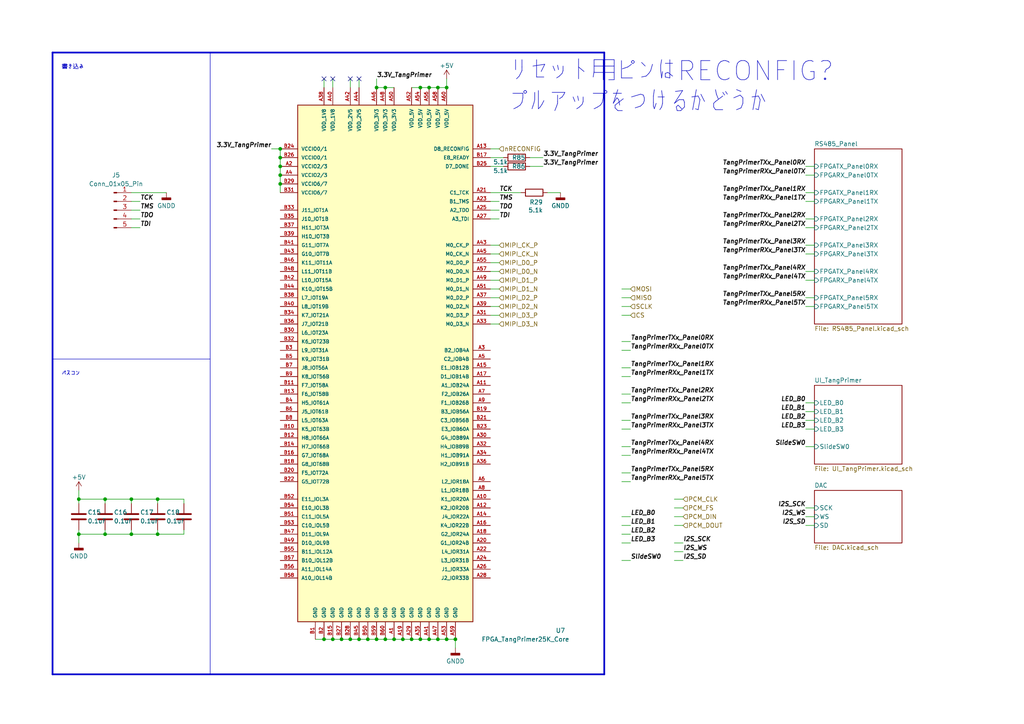
<source format=kicad_sch>
(kicad_sch (version 20230121) (generator eeschema)
  (paper "A4")
  (lib_symbols
    (symbol "Connector:Conn_01x05_Pin" (pin_names (offset 1.016) hide)
      (property "Reference" "J" (at 0 7.62 0))
      (property "Value" "Conn_01x05_Pin" (at 0 -7.62 0))
      (symbol "Conn_01x05_Pin_1_1"
        (polyline (pts (xy 1.27 -5.08) (xy 0.8636 -5.08)) (stroke (width 0.1524)))
        (polyline (pts (xy 1.27 -2.54) (xy 0.8636 -2.54)) (stroke (width 0.1524)))
        (polyline (pts (xy 1.27 0) (xy 0.8636 0)) (stroke (width 0.1524)))
        (polyline (pts (xy 1.27 2.54) (xy 0.8636 2.54)) (stroke (width 0.1524)))
        (polyline (pts (xy 1.27 5.08) (xy 0.8636 5.08)) (stroke (width 0.1524)))
        (rectangle (start 0.8636 -4.953) (end 0 -5.207) (stroke (width 0.1524)) (fill (type outline)))
        (rectangle (start 0.8636 -2.413) (end 0 -2.667) (stroke (width 0.1524)) (fill (type outline)))
        (rectangle (start 0.8636 0.127) (end 0 -0.127) (stroke (width 0.1524)) (fill (type outline)))
        (rectangle (start 0.8636 2.667) (end 0 2.413) (stroke (width 0.1524)) (fill (type outline)))
        (rectangle (start 0.8636 5.207) (end 0 4.953) (stroke (width 0.1524)) (fill (type outline)))
        (pin passive line (at 5.08 5.08 180) (length 3.81) (name "Pin_1") (number "1"))
        (pin passive line (at 5.08 2.54 180) (length 3.81) (name "Pin_2") (number "2"))
        (pin passive line (at 5.08 0 180) (length 3.81) (name "Pin_3") (number "3"))
        (pin passive line (at 5.08 -2.54 180) (length 3.81) (name "Pin_4") (number "4"))
        (pin passive line (at 5.08 -5.08 180) (length 3.81) (name "Pin_5") (number "5"))
      )
    )
    (symbol "Device:C" (pin_numbers hide) (pin_names (offset 0.254))
      (property "Reference" "C" (at 0.635 2.54 0))
      (property "Value" "C" (at 0.635 -2.54 0))
      (symbol "C_0_1"
        (polyline (pts (xy -2.032 -0.762) (xy 2.032 -0.762)) (stroke (width 0.508)))
        (polyline (pts (xy -2.032 0.762) (xy 2.032 0.762)) (stroke (width 0.508)))
      )
      (symbol "C_1_1"
        (pin passive line (at 0 3.81 270) (length 2.794) (name "~") (number "1"))
        (pin passive line (at 0 -3.81 90) (length 2.794) (name "~") (number "2"))
      )
    )
    (symbol "Device:R" (pin_numbers hide) (pin_names (offset 0))
      (property "Reference" "R" (at 2.032 0 90))
      (property "Value" "R" (at 0 0 90))
      (symbol "R_0_1"
        (rectangle (start -1.016 -2.54) (end 1.016 2.54) (stroke (width 0.254)))
      )
      (symbol "R_1_1"
        (pin passive line (at 0 3.81 270) (length 1.27) (name "~") (number "1"))
        (pin passive line (at 0 -3.81 90) (length 1.27) (name "~") (number "2"))
      )
    )
    (symbol "MyLibrary:FPGA_TangPrimer25K_Core" (pin_names (offset 1.016))
      (property "Reference" "U" (at -48.26 64.77 0))
      (property "Value" "FPGA_TangPrimer25K_Core" (at -48.26 63.5 0))
      (symbol "FPGA_TangPrimer25K_Core_1_0"
        (rectangle (start -25.4 60.96) (end 25.4 -88.9) (stroke (width 0.254)) (fill (type background)))
        (pin power_in line (at 2.54 -93.98 90) (length 5.08) (name "GND") (number "A1"))
        (pin bidirectional line (at 30.48 -53.34 180) (length 5.08) (name "K1_IOR20A") (number "A10"))
        (pin bidirectional line (at 30.48 -20.32 180) (length 5.08) (name "A1_IOB24A") (number "A11"))
        (pin bidirectional line (at 30.48 -55.88 180) (length 5.08) (name "K2_IOR20B") (number "A12"))
        (pin bidirectional line (at 30.48 48.26 180) (length 5.08) (name "D8_RECONFIG") (number "A13"))
        (pin bidirectional line (at 30.48 -58.42 180) (length 5.08) (name "J4_IOR22A") (number "A14"))
        (pin bidirectional line (at 30.48 -15.24 180) (length 5.08) (name "E1_IOB12B") (number "A15"))
        (pin bidirectional line (at 30.48 -60.96 180) (length 5.08) (name "K4_IOR22B") (number "A16"))
        (pin bidirectional line (at 30.48 -17.78 180) (length 5.08) (name "D1_IOB14B") (number "A17"))
        (pin bidirectional line (at 30.48 -63.5 180) (length 5.08) (name "G2_IOR24A") (number "A18"))
        (pin power_in line (at 5.08 -93.98 90) (length 5.08) (name "GND") (number "A19"))
        (pin power_in line (at -30.48 43.18 0) (length 5.08) (name "VCCIO2/3") (number "A2"))
        (pin bidirectional line (at 30.48 -66.04 180) (length 5.08) (name "G1_IOR24B") (number "A20"))
        (pin bidirectional line (at 30.48 35.56 180) (length 5.08) (name "C1_TCK") (number "A21"))
        (pin bidirectional line (at 30.48 -68.58 180) (length 5.08) (name "L4_IOR31A") (number "A22"))
        (pin bidirectional line (at 30.48 33.02 180) (length 5.08) (name "B1_TMS") (number "A23"))
        (pin bidirectional line (at 30.48 -71.12 180) (length 5.08) (name "L3_IOR31B") (number "A24"))
        (pin bidirectional line (at 30.48 30.48 180) (length 5.08) (name "A2_TDO") (number "A25"))
        (pin bidirectional line (at 30.48 -73.66 180) (length 5.08) (name "J1_IOR33A") (number "A26"))
        (pin bidirectional line (at 30.48 27.94 180) (length 5.08) (name "A3_TDI") (number "A27"))
        (pin bidirectional line (at 30.48 -76.2 180) (length 5.08) (name "J2_IOR33B") (number "A28"))
        (pin power_in line (at 7.62 -93.98 90) (length 5.08) (name "GND") (number "A29"))
        (pin bidirectional line (at 30.48 -10.16 180) (length 5.08) (name "B2_IOB4A") (number "A3"))
        (pin bidirectional line (at 30.48 -35.56 180) (length 5.08) (name "G4_IOB89A") (number "A30"))
        (pin bidirectional line (at 30.48 0 180) (length 5.08) (name "M0_D3_P") (number "A31"))
        (pin bidirectional line (at 30.48 -38.1 180) (length 5.08) (name "H4_IOB89B") (number "A32"))
        (pin bidirectional line (at 30.48 -2.54 180) (length 5.08) (name "M0_D3_N") (number "A33"))
        (pin bidirectional line (at 30.48 -40.64 180) (length 5.08) (name "H1_IOB91A") (number "A34"))
        (pin power_in line (at 10.16 -93.98 90) (length 5.08) (name "GND") (number "A35"))
        (pin bidirectional line (at 30.48 -43.18 180) (length 5.08) (name "H2_IOB91B") (number "A36"))
        (pin bidirectional line (at 30.48 5.08 180) (length 5.08) (name "M0_D2_P") (number "A37"))
        (pin power_in line (at -17.78 66.04 270) (length 5.08) (name "VDD_1V8") (number "A38"))
        (pin bidirectional line (at 30.48 2.54 180) (length 5.08) (name "M0_D2_N") (number "A39"))
        (pin power_in line (at -30.48 40.64 0) (length 5.08) (name "VCCIO2/3") (number "A4"))
        (pin power_in line (at -15.24 66.04 270) (length 5.08) (name "VDD_1V8") (number "A40"))
        (pin power_in line (at 12.7 -93.98 90) (length 5.08) (name "GND") (number "A41"))
        (pin power_in line (at -10.16 66.04 270) (length 5.08) (name "VDD_2V5") (number "A42"))
        (pin bidirectional line (at 30.48 20.32 180) (length 5.08) (name "M0_CK_P") (number "A43"))
        (pin power_in line (at -7.62 66.04 270) (length 5.08) (name "VDD_2V5") (number "A44"))
        (pin bidirectional line (at 30.48 17.78 180) (length 5.08) (name "M0_CK_N") (number "A45"))
        (pin power_in line (at -2.54 66.04 270) (length 5.08) (name "VDD_3V3") (number "A46"))
        (pin power_in line (at 15.24 -93.98 90) (length 5.08) (name "GND") (number "A47"))
        (pin power_in line (at 0 66.04 270) (length 5.08) (name "VDD_3V3") (number "A48"))
        (pin bidirectional line (at 30.48 10.16 180) (length 5.08) (name "M0_D1_P") (number "A49"))
        (pin bidirectional line (at 30.48 -12.7 180) (length 5.08) (name "C2_IOB4B") (number "A5"))
        (pin power_in line (at 2.54 66.04 270) (length 5.08) (name "VDD_3V3") (number "A50"))
        (pin bidirectional line (at 30.48 7.62 180) (length 5.08) (name "M0_D1_N") (number "A51"))
        (pin power_in line (at 7.62 66.04 270) (length 5.08) (name "VDD_5V") (number "A52"))
        (pin power_in line (at 17.78 -93.98 90) (length 5.08) (name "GND") (number "A53"))
        (pin power_in line (at 10.16 66.04 270) (length 5.08) (name "VDD_5V") (number "A54"))
        (pin bidirectional line (at 30.48 15.24 180) (length 5.08) (name "M0_D0_P") (number "A55"))
        (pin power_in line (at 12.7 66.04 270) (length 5.08) (name "VDD_5V") (number "A56"))
        (pin bidirectional line (at 30.48 12.7 180) (length 5.08) (name "M0_D0_N") (number "A57"))
        (pin power_in line (at 15.24 66.04 270) (length 5.08) (name "VDD_5V") (number "A58"))
        (pin power_in line (at 20.32 -93.98 90) (length 5.08) (name "GND") (number "A59"))
        (pin bidirectional line (at 30.48 -48.26 180) (length 5.08) (name "L2_IOR18A") (number "A6"))
        (pin power_in line (at 17.78 66.04 270) (length 5.08) (name "VDD_5V") (number "A60"))
        (pin bidirectional line (at 30.48 -22.86 180) (length 5.08) (name "F2_IOB26A") (number "A7"))
        (pin bidirectional line (at 30.48 -50.8 180) (length 5.08) (name "L1_IOR18B") (number "A8"))
        (pin bidirectional line (at 30.48 -25.4 180) (length 5.08) (name "F1_IOB26B") (number "A9"))
        (pin power_in line (at -20.32 -93.98 90) (length 5.08) (name "GND") (number "B1"))
        (pin bidirectional line (at -30.48 -33.02 0) (length 5.08) (name "K5_IOT63B") (number "B10"))
        (pin bidirectional line (at -30.48 -20.32 0) (length 5.08) (name "F7_IOT58A") (number "B11"))
        (pin bidirectional line (at -30.48 -35.56 0) (length 5.08) (name "H8_IOT66A") (number "B12"))
        (pin bidirectional line (at -30.48 -22.86 0) (length 5.08) (name "F6_IOT58B") (number "B13"))
        (pin bidirectional line (at -30.48 -38.1 0) (length 5.08) (name "H7_IOT66B") (number "B14"))
        (pin power_in line (at -15.24 -93.98 90) (length 5.08) (name "GND") (number "B15"))
        (pin bidirectional line (at -30.48 -40.64 0) (length 5.08) (name "G7_IOT68A") (number "B16"))
        (pin bidirectional line (at 30.48 45.72 180) (length 5.08) (name "E8_READY") (number "B17"))
        (pin bidirectional line (at -30.48 -43.18 0) (length 5.08) (name "G8_IOT68B") (number "B18"))
        (pin bidirectional line (at 30.48 -27.94 180) (length 5.08) (name "B3_IOB56A") (number "B19"))
        (pin power_in line (at -17.78 -93.98 90) (length 5.08) (name "GND") (number "B2"))
        (pin bidirectional line (at -30.48 -45.72 0) (length 5.08) (name "F5_IOT72A") (number "B20"))
        (pin bidirectional line (at 30.48 -30.48 180) (length 5.08) (name "C3_IOB56B") (number "B21"))
        (pin bidirectional line (at -30.48 -48.26 0) (length 5.08) (name "G5_IOT72B") (number "B22"))
        (pin output line (at 30.48 -33.02 180) (length 5.08) (name "E3_IOB60A") (number "B23"))
        (pin power_in line (at -30.48 48.26 0) (length 5.08) (name "VCCIO0/1") (number "B24"))
        (pin bidirectional line (at 30.48 43.18 180) (length 5.08) (name "D7_DONE") (number "B25"))
        (pin power_in line (at -30.48 45.72 0) (length 5.08) (name "VCCIO0/1") (number "B26"))
        (pin power_in line (at -12.7 -93.98 90) (length 5.08) (name "GND") (number "B27"))
        (pin power_in line (at -10.16 -93.98 90) (length 5.08) (name "GND") (number "B28"))
        (pin power_in line (at -30.48 38.1 0) (length 5.08) (name "VCCIO6/7") (number "B29"))
        (pin bidirectional line (at -30.48 -10.16 0) (length 5.08) (name "L9_IOT31A") (number "B3"))
        (pin bidirectional line (at -30.48 -5.08 0) (length 5.08) (name "L6_IOT23A") (number "B30"))
        (pin power_in line (at -30.48 35.56 0) (length 5.08) (name "VCCIO6/7") (number "B31"))
        (pin bidirectional line (at -30.48 -7.62 0) (length 5.08) (name "K6_IOT23B") (number "B32"))
        (pin bidirectional line (at -30.48 30.48 0) (length 5.08) (name "J11_IOT1A") (number "B33"))
        (pin bidirectional line (at -30.48 0 0) (length 5.08) (name "K7_IOT21A") (number "B34"))
        (pin bidirectional line (at -30.48 27.94 0) (length 5.08) (name "J10_IOT1B") (number "B35"))
        (pin bidirectional line (at -30.48 -2.54 0) (length 5.08) (name "J7_IOT21B") (number "B36"))
        (pin bidirectional line (at -30.48 25.4 0) (length 5.08) (name "H11_IOT3A") (number "B37"))
        (pin bidirectional line (at -30.48 5.08 0) (length 5.08) (name "L7_IOT19A") (number "B38"))
        (pin bidirectional line (at -30.48 22.86 0) (length 5.08) (name "H10_IOT3B") (number "B39"))
        (pin bidirectional line (at -30.48 -25.4 0) (length 5.08) (name "H5_IOT61A") (number "B4"))
        (pin bidirectional line (at -30.48 2.54 0) (length 5.08) (name "L8_IOT19B") (number "B40"))
        (pin bidirectional line (at -30.48 20.32 0) (length 5.08) (name "G11_IOT7A") (number "B41"))
        (pin bidirectional line (at -30.48 10.16 0) (length 5.08) (name "L10_IOT15A") (number "B42"))
        (pin bidirectional line (at -30.48 17.78 0) (length 5.08) (name "G10_IOT7B") (number "B43"))
        (pin bidirectional line (at -30.48 7.62 0) (length 5.08) (name "K10_IOT15B") (number "B44"))
        (pin power_in line (at -7.62 -93.98 90) (length 5.08) (name "GND") (number "B45"))
        (pin bidirectional line (at -30.48 15.24 0) (length 5.08) (name "K11_IOT11A") (number "B46"))
        (pin bidirectional line (at -30.48 -63.5 0) (length 5.08) (name "D11_IOL9A") (number "B47"))
        (pin bidirectional line (at -30.48 12.7 0) (length 5.08) (name "L11_IOT11B") (number "B48"))
        (pin bidirectional line (at -30.48 -66.04 0) (length 5.08) (name "D10_IOL9B") (number "B49"))
        (pin bidirectional line (at -30.48 -12.7 0) (length 5.08) (name "K9_IOT31B") (number "B5"))
        (pin power_in line (at -5.08 -93.98 90) (length 5.08) (name "GND") (number "B50"))
        (pin bidirectional line (at -30.48 -58.42 0) (length 5.08) (name "C11_IOL5A") (number "B51"))
        (pin bidirectional line (at -30.48 -53.34 0) (length 5.08) (name "E11_IOL3A") (number "B52"))
        (pin bidirectional line (at -30.48 -60.96 0) (length 5.08) (name "C10_IOL5B") (number "B53"))
        (pin bidirectional line (at -30.48 -55.88 0) (length 5.08) (name "E10_IOL3B") (number "B54"))
        (pin bidirectional line (at -30.48 -68.58 0) (length 5.08) (name "B11_IOL12A") (number "B55"))
        (pin bidirectional line (at -30.48 -73.66 0) (length 5.08) (name "A11_IOL14A") (number "B56"))
        (pin bidirectional line (at -30.48 -71.12 0) (length 5.08) (name "B10_IOL12B") (number "B57"))
        (pin bidirectional line (at -30.48 -76.2 0) (length 5.08) (name "A10_IOL14B") (number "B58"))
        (pin power_in line (at -2.54 -93.98 90) (length 5.08) (name "GND") (number "B59"))
        (pin bidirectional line (at -30.48 -27.94 0) (length 5.08) (name "J5_IOT61B") (number "B6"))
        (pin power_in line (at 0 -93.98 90) (length 5.08) (name "GND") (number "B60"))
        (pin bidirectional line (at -30.48 -15.24 0) (length 5.08) (name "J8_IOT56A") (number "B7"))
        (pin bidirectional line (at -30.48 -30.48 0) (length 5.08) (name "L5_IOT63A") (number "B8"))
        (pin bidirectional line (at -30.48 -17.78 0) (length 5.08) (name "K8_IOT56B") (number "B9"))
      )
    )
    (symbol "power:+5V" (power) (pin_names (offset 0))
      (property "Value" "+5V" (at 0 3.556 0))
      (symbol "+5V_0_1"
        (polyline (pts (xy -0.762 1.27) (xy 0 2.54)))
        (polyline (pts (xy 0 0) (xy 0 2.54)))
        (polyline (pts (xy 0 2.54) (xy 0.762 1.27)))
      )
      (symbol "+5V_1_1"
        (pin power_in line (at 0 0 90) (length 0) hide (name "+5V") (number "1"))
      )
    )
    (symbol "power:GNDD" (power) (pin_names (offset 0))
      (property "Value" "GNDD" (at 0 -3.175 0))
      (symbol "GNDD_0_1"
        (rectangle (start -1.27 -1.524) (end 1.27 -2.032) (stroke (width 0.254)) (fill (type outline)))
        (polyline (pts (xy 0 0) (xy 0 -1.524)))
      )
      (symbol "GNDD_1_1"
        (pin power_in line (at 0 0 270) (length 0) hide (name "GNDD") (number "1"))
      )
    )
  )
  (junction (at 101.6 185.42))
  (junction (at 121.92 185.42))
  (junction (at 22.86 154.94))
  (junction (at 109.22 185.42))
  (junction (at 116.84 185.42))
  (junction (at 22.86 144.78))
  (junction (at 30.48 154.94))
  (junction (at 127 25.4))
  (junction (at 93.98 185.42))
  (junction (at 106.68 185.42))
  (junction (at 129.54 25.4))
  (junction (at 96.52 185.42))
  (junction (at 114.3 185.42))
  (junction (at 81.28 53.34))
  (junction (at 109.22 25.4))
  (junction (at 38.1 144.78))
  (junction (at 121.92 25.4))
  (junction (at 119.38 185.42))
  (junction (at 129.54 185.42))
  (junction (at 81.28 48.26))
  (junction (at 99.06 185.42))
  (junction (at 38.1 154.94))
  (junction (at 111.76 25.4))
  (junction (at 30.48 144.78))
  (junction (at 111.76 185.42))
  (junction (at 81.28 43.18))
  (junction (at 81.28 50.8))
  (junction (at 45.72 154.94))
  (junction (at 132.08 185.42))
  (junction (at 124.46 25.4))
  (junction (at 124.46 185.42))
  (junction (at 104.14 185.42))
  (junction (at 81.28 45.72))
  (junction (at 45.72 144.78))
  (junction (at 127 185.42))
  (no_connect (at 104.14 22.86))
  (no_connect (at 101.6 22.86))
  (no_connect (at 93.98 22.86))
  (no_connect (at 96.52 22.86))
  (wire (pts (xy 124.46 185.42) (xy 121.92 185.42)))
  (wire (pts (xy 129.54 22.86) (xy 129.54 25.4)))
  (wire (pts (xy 124.46 25.4) (xy 121.92 25.4)))
  (wire (pts (xy 182.88 86.36) (xy 180.34 86.36)))
  (wire (pts (xy 142.24 60.96) (xy 144.78 60.96)))
  (wire (pts (xy 142.24 86.36) (xy 144.78 86.36)))
  (wire (pts (xy 182.88 129.54) (xy 180.34 129.54)))
  (wire (pts (xy 104.14 185.42) (xy 101.6 185.42)))
  (wire (pts (xy 233.68 88.9) (xy 236.22 88.9)))
  (wire (pts (xy 142.24 78.74) (xy 144.78 78.74)))
  (wire (pts (xy 198.12 144.78) (xy 195.58 144.78)))
  (wire (pts (xy 30.48 144.78) (xy 38.1 144.78)))
  (wire (pts (xy 142.24 45.72) (xy 146.05 45.72)))
  (wire (pts (xy 30.48 153.67) (xy 30.48 154.94)))
  (wire (pts (xy 109.22 185.42) (xy 106.68 185.42)))
  (wire (pts (xy 182.88 109.22) (xy 180.34 109.22)))
  (wire (pts (xy 142.24 63.5) (xy 144.78 63.5)))
  (wire (pts (xy 142.24 76.2) (xy 144.78 76.2)))
  (wire (pts (xy 142.24 81.28) (xy 144.78 81.28)))
  (wire (pts (xy 129.54 25.4) (xy 127 25.4)))
  (wire (pts (xy 45.72 154.94) (xy 53.34 154.94)))
  (polyline (pts (xy 15.24 15.24) (xy 175.26 15.24)) (stroke (width 0.5) (type solid)))
  (wire (pts (xy 182.88 154.94) (xy 180.34 154.94)))
  (wire (pts (xy 53.34 144.78) (xy 53.34 146.05)))
  (wire (pts (xy 182.88 114.3) (xy 180.34 114.3)))
  (wire (pts (xy 182.88 139.7) (xy 180.34 139.7)))
  (wire (pts (xy 129.54 185.42) (xy 127 185.42)))
  (wire (pts (xy 182.88 152.4) (xy 180.34 152.4)))
  (wire (pts (xy 198.12 147.32) (xy 195.58 147.32)))
  (wire (pts (xy 182.88 99.06) (xy 180.34 99.06)))
  (wire (pts (xy 106.68 185.42) (xy 104.14 185.42)))
  (wire (pts (xy 233.68 66.04) (xy 236.22 66.04)))
  (wire (pts (xy 198.12 149.86) (xy 195.58 149.86)))
  (wire (pts (xy 81.28 48.26) (xy 81.28 50.8)))
  (wire (pts (xy 182.88 106.68) (xy 180.34 106.68)))
  (wire (pts (xy 142.24 83.82) (xy 144.78 83.82)))
  (wire (pts (xy 104.14 22.86) (xy 104.14 25.4)))
  (wire (pts (xy 114.3 185.42) (xy 111.76 185.42)))
  (wire (pts (xy 182.88 88.9) (xy 180.34 88.9)))
  (wire (pts (xy 233.68 78.74) (xy 236.22 78.74)))
  (wire (pts (xy 182.88 162.56) (xy 180.34 162.56)))
  (wire (pts (xy 114.3 25.4) (xy 111.76 25.4)))
  (wire (pts (xy 158.75 55.88) (xy 162.56 55.88)))
  (wire (pts (xy 182.88 121.92) (xy 180.34 121.92)))
  (polyline (pts (xy 60.96 15.24) (xy 60.96 195.58)) (stroke (width 0) (type solid)))
  (wire (pts (xy 182.88 124.46) (xy 180.34 124.46)))
  (wire (pts (xy 53.34 154.94) (xy 53.34 153.67)))
  (wire (pts (xy 45.72 153.67) (xy 45.72 154.94)))
  (wire (pts (xy 38.1 55.88) (xy 48.26 55.88)))
  (wire (pts (xy 233.68 73.66) (xy 236.22 73.66)))
  (wire (pts (xy 96.52 22.86) (xy 96.52 25.4)))
  (wire (pts (xy 142.24 43.18) (xy 144.78 43.18)))
  (wire (pts (xy 81.28 43.18) (xy 81.28 45.72)))
  (wire (pts (xy 198.12 157.48) (xy 195.58 157.48)))
  (polyline (pts (xy 15.24 195.58) (xy 175.26 195.58)) (stroke (width 0.5) (type solid)))
  (wire (pts (xy 111.76 25.4) (xy 109.22 25.4)))
  (wire (pts (xy 127 25.4) (xy 124.46 25.4)))
  (wire (pts (xy 182.88 132.08) (xy 180.34 132.08)))
  (wire (pts (xy 142.24 73.66) (xy 144.78 73.66)))
  (wire (pts (xy 30.48 154.94) (xy 38.1 154.94)))
  (wire (pts (xy 182.88 83.82) (xy 180.34 83.82)))
  (wire (pts (xy 132.08 187.96) (xy 132.08 185.42)))
  (wire (pts (xy 121.92 185.42) (xy 119.38 185.42)))
  (wire (pts (xy 153.67 48.26) (xy 157.48 48.26)))
  (wire (pts (xy 38.1 144.78) (xy 38.1 146.05)))
  (wire (pts (xy 121.92 25.4) (xy 119.38 25.4)))
  (polyline (pts (xy 15.24 15.24) (xy 15.24 195.58)) (stroke (width 0.5) (type solid)))
  (wire (pts (xy 233.68 71.12) (xy 236.22 71.12)))
  (wire (pts (xy 38.1 66.04) (xy 40.64 66.04)))
  (wire (pts (xy 182.88 101.6) (xy 180.34 101.6)))
  (wire (pts (xy 81.28 45.72) (xy 81.28 48.26)))
  (wire (pts (xy 142.24 93.98) (xy 144.78 93.98)))
  (wire (pts (xy 81.28 50.8) (xy 81.28 53.34)))
  (wire (pts (xy 99.06 185.42) (xy 96.52 185.42)))
  (wire (pts (xy 127 185.42) (xy 124.46 185.42)))
  (wire (pts (xy 233.68 119.38) (xy 236.22 119.38)))
  (polyline (pts (xy 60.96 104.14) (xy 15.24 104.14)) (stroke (width 0) (type solid)))
  (wire (pts (xy 198.12 162.56) (xy 195.58 162.56)))
  (wire (pts (xy 233.68 149.86) (xy 236.22 149.86)))
  (wire (pts (xy 45.72 144.78) (xy 53.34 144.78)))
  (wire (pts (xy 132.08 185.42) (xy 129.54 185.42)))
  (wire (pts (xy 81.28 53.34) (xy 81.28 55.88)))
  (wire (pts (xy 22.86 154.94) (xy 22.86 157.48)))
  (wire (pts (xy 116.84 185.42) (xy 114.3 185.42)))
  (wire (pts (xy 182.88 137.16) (xy 180.34 137.16)))
  (wire (pts (xy 96.52 185.42) (xy 93.98 185.42)))
  (wire (pts (xy 142.24 48.26) (xy 146.05 48.26)))
  (wire (pts (xy 182.88 116.84) (xy 180.34 116.84)))
  (wire (pts (xy 182.88 157.48) (xy 180.34 157.48)))
  (wire (pts (xy 233.68 86.36) (xy 236.22 86.36)))
  (wire (pts (xy 22.86 154.94) (xy 30.48 154.94)))
  (wire (pts (xy 93.98 185.42) (xy 91.44 185.42)))
  (wire (pts (xy 22.86 144.78) (xy 30.48 144.78)))
  (wire (pts (xy 38.1 58.42) (xy 40.64 58.42)))
  (wire (pts (xy 233.68 116.84) (xy 236.22 116.84)))
  (wire (pts (xy 233.68 129.54) (xy 236.22 129.54)))
  (wire (pts (xy 198.12 160.02) (xy 195.58 160.02)))
  (wire (pts (xy 142.24 58.42) (xy 144.78 58.42)))
  (wire (pts (xy 233.68 147.32) (xy 236.22 147.32)))
  (wire (pts (xy 109.22 22.86) (xy 109.22 25.4)))
  (wire (pts (xy 233.68 55.88) (xy 236.22 55.88)))
  (wire (pts (xy 38.1 154.94) (xy 45.72 154.94)))
  (wire (pts (xy 233.68 48.26) (xy 236.22 48.26)))
  (wire (pts (xy 38.1 60.96) (xy 40.64 60.96)))
  (wire (pts (xy 101.6 22.86) (xy 101.6 25.4)))
  (wire (pts (xy 233.68 58.42) (xy 236.22 58.42)))
  (wire (pts (xy 142.24 55.88) (xy 151.13 55.88)))
  (wire (pts (xy 142.24 91.44) (xy 144.78 91.44)))
  (wire (pts (xy 119.38 185.42) (xy 116.84 185.42)))
  (polyline (pts (xy 175.26 195.58) (xy 175.26 15.24)) (stroke (width 0.5) (type solid)))
  (wire (pts (xy 22.86 142.24) (xy 22.86 144.78)))
  (wire (pts (xy 233.68 152.4) (xy 236.22 152.4)))
  (wire (pts (xy 142.24 71.12) (xy 144.78 71.12)))
  (wire (pts (xy 22.86 144.78) (xy 22.86 146.05)))
  (wire (pts (xy 153.67 45.72) (xy 157.48 45.72)))
  (wire (pts (xy 38.1 144.78) (xy 45.72 144.78)))
  (wire (pts (xy 198.12 152.4) (xy 195.58 152.4)))
  (wire (pts (xy 93.98 22.86) (xy 93.98 25.4)))
  (wire (pts (xy 30.48 144.78) (xy 30.48 146.05)))
  (wire (pts (xy 101.6 185.42) (xy 99.06 185.42)))
  (wire (pts (xy 233.68 121.92) (xy 236.22 121.92)))
  (wire (pts (xy 78.74 43.18) (xy 81.28 43.18)))
  (wire (pts (xy 233.68 63.5) (xy 236.22 63.5)))
  (wire (pts (xy 22.86 153.67) (xy 22.86 154.94)))
  (wire (pts (xy 45.72 144.78) (xy 45.72 146.05)))
  (wire (pts (xy 111.76 185.42) (xy 109.22 185.42)))
  (wire (pts (xy 38.1 153.67) (xy 38.1 154.94)))
  (wire (pts (xy 233.68 124.46) (xy 236.22 124.46)))
  (wire (pts (xy 182.88 149.86) (xy 180.34 149.86)))
  (wire (pts (xy 142.24 88.9) (xy 144.78 88.9)))
  (wire (pts (xy 38.1 63.5) (xy 40.64 63.5)))
  (wire (pts (xy 233.68 81.28) (xy 236.22 81.28)))
  (wire (pts (xy 233.68 50.8) (xy 236.22 50.8)))
  (wire (pts (xy 182.88 91.44) (xy 180.34 91.44)))
  (text "リセット用ピンはRECONFIG?\nプルアップをつけるかどうか" (at 147.32 33.02 0) (effects (font (size 5.56 5.56)) (justify left bottom)))
  (text "パスコン" (at 17.78 109.22 0) (effects (font (size 1.27 1.27)) (justify left bottom)))
  (text "書き込み" (at 17.78 20.32 0) (effects (font (size 1.27 1.27)) (justify left bottom)))
  (label "LED_B0" (at 233.68 116.84 180) (effects (font (thickness 0.254) bold italic)))
  (label "TangPrimerRXx_Panel3TX" (at 233.68 73.66 180) (effects (font (thickness 0.254) bold italic)))
  (label "TCK" (at 144.78 55.88 0) (effects (font (thickness 0.254) bold italic)))
  (label "TangPrimerTXx_Panel5RX" (at 182.88 137.16 0) (effects (font (thickness 0.254) bold italic)))
  (label "TangPrimerTXx_Panel3RX" (at 233.68 71.12 180) (effects (font (thickness 0.254) bold italic)))
  (label "TangPrimerTXx_Panel1RX" (at 182.88 106.68 0) (effects (font (thickness 0.254) bold italic)))
  (label "TangPrimerRXx_Panel2TX" (at 182.88 116.84 0) (effects (font (thickness 0.254) bold italic)))
  (label "LED_B3" (at 182.88 157.48 0) (effects (font (thickness 0.254) bold italic)))
  (label "TangPrimerTXx_Panel2RX" (at 233.68 63.5 180) (effects (font (thickness 0.254) bold italic)))
  (label "TangPrimerRXx_Panel2TX" (at 233.68 66.04 180) (effects (font (thickness 0.254) bold italic)))
  (label "TangPrimerTXx_Panel0RX" (at 182.88 99.06 0) (effects (font (thickness 0.254) bold italic)))
  (label "LED_B0" (at 182.88 149.86 0) (effects (font (thickness 0.254) bold italic)))
  (label "TangPrimerRXx_Panel0TX" (at 182.88 101.6 0) (effects (font (thickness 0.254) bold italic)))
  (label "3.3V_TangPrimer" (at 78.74 43.18 180) (effects (font (thickness 0.254) bold italic)))
  (label "TangPrimerRXx_Panel4TX" (at 182.88 132.08 0) (effects (font (thickness 0.254) bold italic)))
  (label "I2S_WS" (at 233.68 149.86 180) (effects (font (thickness 0.254) bold italic)))
  (label "I2S_SD" (at 198.12 162.56 0) (effects (font (thickness 0.254) bold italic)))
  (label "TangPrimerTXx_Panel0RX" (at 233.68 48.26 180) (effects (font (thickness 0.254) bold italic)))
  (label "TangPrimerTXx_Panel5RX" (at 233.68 86.36 180) (effects (font (thickness 0.254) bold italic)))
  (label "TangPrimerTXx_Panel3RX" (at 182.88 121.92 0) (effects (font (thickness 0.254) bold italic)))
  (label "TangPrimerRXx_Panel5TX" (at 233.68 88.9 180) (effects (font (thickness 0.254) bold italic)))
  (label "I2S_WS" (at 198.12 160.02 0) (effects (font (thickness 0.254) bold italic)))
  (label "LED_B2" (at 233.68 121.92 180) (effects (font (thickness 0.254) bold italic)))
  (label "LED_B1" (at 233.68 119.38 180) (effects (font (thickness 0.254) bold italic)))
  (label "3.3V_TangPrimer" (at 109.22 22.86 0) (effects (font (thickness 0.254) bold italic)))
  (label "TDO" (at 40.64 63.5 0) (effects (font (thickness 0.254) bold italic)))
  (label "3.3V_TangPrimer" (at 157.48 48.26 0) (effects (font (thickness 0.254) bold italic)))
  (label "TCK" (at 40.64 58.42 0) (effects (font (thickness 0.254) bold italic)))
  (label "TangPrimerRXx_Panel1TX" (at 182.88 109.22 0) (effects (font (thickness 0.254) bold italic)))
  (label "TangPrimerRXx_Panel4TX" (at 233.68 81.28 180) (effects (font (thickness 0.254) bold italic)))
  (label "TangPrimerTXx_Panel4RX" (at 182.88 129.54 0) (effects (font (thickness 0.254) bold italic)))
  (label "SlideSW0" (at 182.88 162.56 0) (effects (font (thickness 0.254) bold italic)))
  (label "LED_B2" (at 182.88 154.94 0) (effects (font (thickness 0.254) bold italic)))
  (label "TDI" (at 40.64 66.04 0) (effects (font (thickness 0.254) bold italic)))
  (label "TDI" (at 144.78 63.5 0) (effects (font (thickness 0.254) bold italic)))
  (label "I2S_SCK" (at 233.68 147.32 180) (effects (font (thickness 0.254) bold italic)))
  (label "TMS" (at 144.78 58.42 0) (effects (font (thickness 0.254) bold italic)))
  (label "TangPrimerRXx_Panel1TX" (at 233.68 58.42 180) (effects (font (thickness 0.254) bold italic)))
  (label "LED_B3" (at 233.68 124.46 180) (effects (font (thickness 0.254) bold italic)))
  (label "TangPrimerRXx_Panel5TX" (at 182.88 139.7 0) (effects (font (thickness 0.254) bold italic)))
  (label "I2S_SD" (at 233.68 152.4 180) (effects (font (thickness 0.254) bold italic)))
  (label "SlideSW0" (at 233.68 129.54 180) (effects (font (thickness 0.254) bold italic)))
  (label "LED_B1" (at 182.88 152.4 0) (effects (font (thickness 0.254) bold italic)))
  (label "TangPrimerRXx_Panel0TX" (at 233.68 50.8 180) (effects (font (thickness 0.254) bold italic)))
  (label "TMS" (at 40.64 60.96 0) (effects (font (thickness 0.254) bold italic)))
  (label "TangPrimerTXx_Panel4RX" (at 233.68 78.74 180) (effects (font (thickness 0.254) bold italic)))
  (label "TangPrimerTXx_Panel1RX" (at 233.68 55.88 180) (effects (font (thickness 0.254) bold italic)))
  (label "TDO" (at 144.78 60.96 0) (effects (font (thickness 0.254) bold italic)))
  (label "TangPrimerRXx_Panel3TX" (at 182.88 124.46 0) (effects (font (thickness 0.254) bold italic)))
  (label "TangPrimerTXx_Panel2RX" (at 182.88 114.3 0) (effects (font (thickness 0.254) bold italic)))
  (label "I2S_SCK" (at 198.12 157.48 0) (effects (font (thickness 0.254) bold italic)))
  (label "3.3V_TangPrimer" (at 157.48 45.72 0) (effects (font (thickness 0.254) bold italic)))
  (hierarchical_label "MIPI_D3_P" (shape input) (at 144.78 91.44 0))
  (hierarchical_label "MIPI_CK_P" (shape input) (at 144.78 71.12 0))
  (hierarchical_label "MIPI_D0_N" (shape input) (at 144.78 78.74 0))
  (hierarchical_label "MISO" (shape input) (at 182.88 86.36 0))
  (hierarchical_label "CS" (shape input) (at 182.88 91.44 0))
  (hierarchical_label "MIPI_D2_P" (shape input) (at 144.78 86.36 0))
  (hierarchical_label "MOSI" (shape input) (at 182.88 83.82 0))
  (hierarchical_label "MIPI_D1_N" (shape input) (at 144.78 83.82 0))
  (hierarchical_label "PCM_FS" (shape input) (at 198.12 147.32 0))
  (hierarchical_label "MIPI_D3_N" (shape input) (at 144.78 93.98 0))
  (hierarchical_label "PCM_DIN" (shape input) (at 198.12 149.86 0))
  (hierarchical_label "nRECONFIG" (shape input) (at 144.78 43.18 0))
  (hierarchical_label "SCLK" (shape input) (at 182.88 88.9 0))
  (hierarchical_label "PCM_CLK" (shape input) (at 198.12 144.78 0))
  (hierarchical_label "MIPI_D1_P" (shape input) (at 144.78 81.28 0))
  (hierarchical_label "MIPI_D0_P" (shape input) (at 144.78 76.2 0))
  (hierarchical_label "MIPI_CK_N" (shape input) (at 144.78 73.66 0))
  (hierarchical_label "PCM_DOUT" (shape input) (at 198.12 152.4 0))
  (hierarchical_label "MIPI_D2_N" (shape input) (at 144.78 88.9 0))
  (symbol (lib_id "power:+5V") (at 22.86 142.24 0) (mirror y) (unit 1)
    (property "Reference" "#PWR040" (effects hide))
    (property "Value" "+5V" (at 22.86 138.43 0))
  )
  (symbol (lib_id "Device:C") (at 45.72 149.86 0) (unit 1)
    (property "Reference" "C18" (at 48.26 148.59 0) (effects (justify left)))
    (property "Value" "0.1uF" (at 48.26 151.13 0) (effects (justify left)))
    (property "Footprint" "Capacitor_SMD:C_0402_1005Metric" (effects hide))
  )
  (symbol (lib_id "Device:C") (at 53.34 149.86 0) (unit 1)
    (property "Reference" "C26" (effects hide))
    (property "Value" "0.1uF" (effects hide))
    (property "Footprint" "Capacitor_SMD:C_0402_1005Metric" (effects hide))
  )
  (symbol (lib_id "Device:C") (at 30.48 149.86 0) (unit 1)
    (property "Reference" "C16" (at 33.02 148.59 0) (effects (justify left)))
    (property "Value" "0.1uF" (at 33.02 151.13 0) (effects (justify left)))
    (property "Footprint" "Capacitor_SMD:C_0402_1005Metric" (effects hide))
  )
  (symbol (lib_id "Device:R") (at 154.94 55.88 90) (mirror x) (unit 1)
    (property "Reference" "R29" (at 157.48 58.6486 90) (effects (justify left)))
    (property "Value" "5.1k" (at 157.48 60.96 90) (effects (justify left)))
    (property "Footprint" "Resistor_SMD:R_0402_1005Metric" (effects hide))
  )
  (symbol (lib_id "power:+5V") (at 129.54 22.86 0) (mirror y) (unit 1)
    (property "Reference" "#PWR039" (effects hide))
    (property "Value" "+5V" (at 129.54 19.05 0))
  )
  (symbol (lib_id "power:GNDD") (at 22.86 157.48 0) (unit 1)
    (property "Reference" "#PWR041" (effects hide))
    (property "Value" "GNDD" (at 22.86 161.29 0))
  )
  (symbol (lib_id "power:GNDD") (at 162.56 55.88 0) (unit 1)
    (property "Reference" "#PWR037" (effects hide))
    (property "Value" "GNDD" (at 162.56 59.69 0))
  )
  (symbol (lib_id "MyLibrary:FPGA_TangPrimer25K_Core") (at 111.76 91.44 0) (unit 1)
    (property "Reference" "U7" (at 162.56 182.88 0))
    (property "Value" "FPGA_TangPrimer25K_Core" (at 152.4 185.42 0))
    (property "Footprint" "MyLibrary:FPGA_TangPrimer25K_Core" (effects hide))
    (property "PARTREV" "2021-10-12" (effects hide))
    (property "MAXIMUM_PACKAGE_HEIGHT" "5.188 mm" (effects hide))
    (property "STANDARD" "Manufacturer Recommendations" (effects hide))
  )
  (symbol (lib_id "Device:C") (at 38.1 149.86 0) (unit 1)
    (property "Reference" "C17" (at 40.64 148.59 0) (effects (justify left)))
    (property "Value" "0.1uF" (at 40.64 151.13 0) (effects (justify left)))
    (property "Footprint" "Capacitor_SMD:C_0402_1005Metric" (effects hide))
  )
  (symbol (lib_id "power:GNDD") (at 48.26 55.88 0) (unit 1)
    (property "Reference" "#PWR042" (effects hide))
    (property "Value" "GNDD" (at 48.26 59.69 0))
  )
  (symbol (lib_id "Device:C") (at 22.86 149.86 0) (unit 1)
    (property "Reference" "C15" (at 25.4 148.59 0) (effects (justify left)))
    (property "Value" "0.1uF" (at 25.4 151.13 0) (effects (justify left)))
    (property "Footprint" "Capacitor_SMD:C_0402_1005Metric" (effects hide))
  )
  (symbol (lib_id "Device:R") (at 149.86 45.72 90) (mirror x) (unit 1)
    (property "Reference" "R85" (at 152.4 45.72 90) (effects (justify left)))
    (property "Value" "5.1k" (at 147.32 46.99 90) (effects (justify left)))
    (property "Footprint" "Resistor_SMD:R_0402_1005Metric" (effects hide))
  )
  (symbol (lib_id "power:GNDD") (at 132.08 187.96 0) (unit 1)
    (property "Reference" "#PWR038" (effects hide))
    (property "Value" "GNDD" (at 132.08 191.77 0))
  )
  (symbol (lib_id "Connector:Conn_01x05_Pin") (at 33.02 60.96 0) (unit 1)
    (property "Reference" "J5" (at 33.655 50.8 0))
    (property "Value" "Conn_01x05_Pin" (at 33.655 53.34 0))
    (property "Footprint" "Connector_PinHeader_2.54mm:PinHeader_1x05_P2.54mm_Vertical" (effects hide))
  )
  (symbol (lib_id "Device:R") (at 149.86 48.26 90) (mirror x) (unit 1)
    (property "Reference" "R86" (at 152.4 48.26 90) (effects (justify left)))
    (property "Value" "5.1k" (at 147.32 49.53 90) (effects (justify left)))
    (property "Footprint" "Resistor_SMD:R_0402_1005Metric" (effects hide))
  )
  (sheet (at 236.22 43.18) (size 25.4 50.8) (stroke (width 0.1524))
    (property "Sheetname" "RS485_Panel" (at 236.22 42.4684 0) (effects (justify left bottom)))
    (property "Sheetfile" "RS485_Panel.kicad_sch" (at 236.22 94.5646 0) (effects (justify left top)))
    (pin "FPGARX_Panel2TX" input (at 236.22 66.04 180))
    (pin "FPGATX_Panel2RX" input (at 236.22 63.5 180))
    (pin "FPGARX_Panel0TX" input (at 236.22 50.8 180))
    (pin "FPGATX_Panel0RX" input (at 236.22 48.26 180))
    (pin "FPGARX_Panel3TX" input (at 236.22 73.66 180))
    (pin "FPGATX_Panel3RX" input (at 236.22 71.12 180))
    (pin "FPGATX_Panel1RX" input (at 236.22 55.88 180))
    (pin "FPGARX_Panel1TX" input (at 236.22 58.42 180))
    (pin "FPGARX_Panel5TX" input (at 236.22 88.9 180))
    (pin "FPGATX_Panel5RX" input (at 236.22 86.36 180))
    (pin "FPGARX_Panel4TX" input (at 236.22 81.28 180))
    (pin "FPGATX_Panel4RX" input (at 236.22 78.74 180))
  )
  (sheet (at 236.22 142.24) (size 25.4 15.24) (stroke (width 0.1524))
    (property "Sheetname" "DAC" (at 236.22 141.5284 0) (effects (justify left bottom)))
    (property "Sheetfile" "DAC.kicad_sch" (at 236.22 158.0646 0) (effects (justify left top)))
    (pin "SCK" input (at 236.22 147.32 180))
    (pin "WS" input (at 236.22 149.86 180))
    (pin "SD" input (at 236.22 152.4 180))
  )
  (sheet (at 236.22 111.76) (size 25.4 22.86) (stroke (width 0.1524))
    (property "Sheetname" "UI_TangPrimer" (at 236.22 111.0484 0) (effects (justify left bottom)))
    (property "Sheetfile" "UI_TangPrimer.kicad_sch" (at 236.22 135.2046 0) (effects (justify left top)))
    (pin "SlideSW0" input (at 236.22 129.54 180))
    (pin "LED_B3" input (at 236.22 124.46 180))
    (pin "LED_B1" input (at 236.22 119.38 180))
    (pin "LED_B2" input (at 236.22 121.92 180))
    (pin "LED_B0" input (at 236.22 116.84 180))
  )
)
</source>
